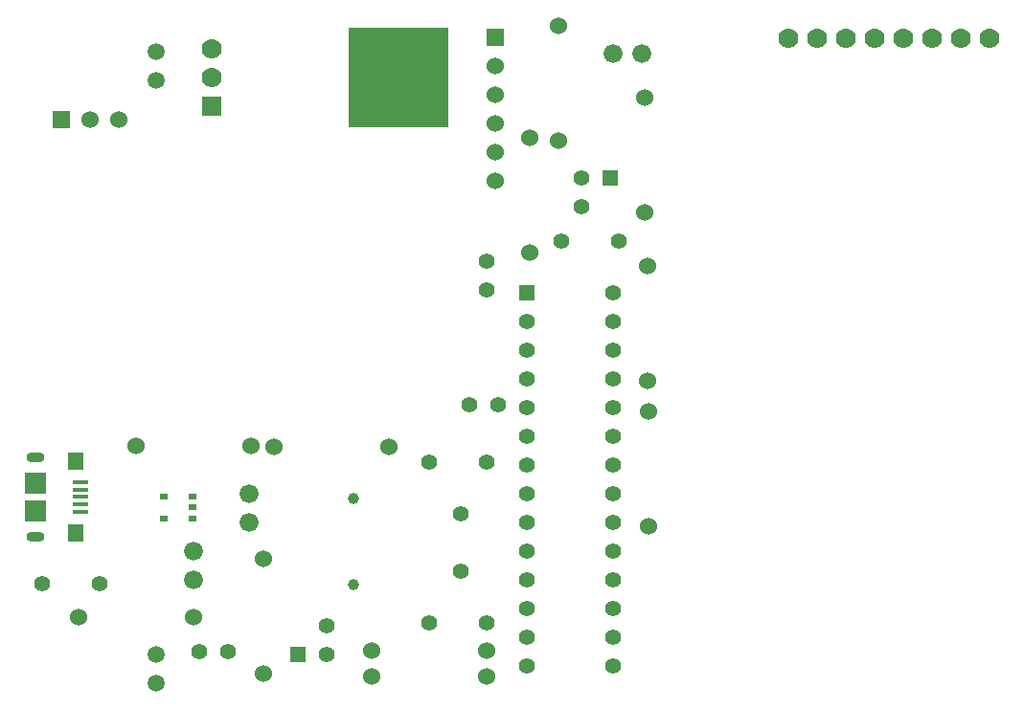
<source format=gts>
G04 (created by PCBNEW (2013-07-07 BZR 4022)-stable) date 4/28/2015 11:34:22 PM*
%MOIN*%
G04 Gerber Fmt 3.4, Leading zero omitted, Abs format*
%FSLAX34Y34*%
G01*
G70*
G90*
G04 APERTURE LIST*
%ADD10C,0.00590551*%
%ADD11C,0.055*%
%ADD12R,0.055X0.055*%
%ADD13R,0.03X0.02*%
%ADD14C,0.06*%
%ADD15R,0.06X0.06*%
%ADD16C,0.066*%
%ADD17C,0.056*%
%ADD18C,0.07*%
%ADD19R,0.0531496X0.015748*%
%ADD20R,0.0551181X0.0629921*%
%ADD21O,0.0629921X0.0354331*%
%ADD22R,0.0748031X0.0748031*%
%ADD23C,0.0590551*%
%ADD24R,0.07X0.07*%
%ADD25R,0.35X0.35*%
%ADD26C,0.0393701*%
G04 APERTURE END LIST*
G54D10*
G54D11*
X30400Y-20100D03*
X30400Y-21100D03*
X30400Y-22100D03*
X30400Y-23100D03*
X30400Y-24100D03*
X30400Y-25100D03*
X30400Y-26100D03*
X30400Y-27100D03*
X30400Y-28100D03*
X30400Y-29100D03*
X30400Y-30100D03*
X30400Y-31100D03*
X30400Y-32100D03*
G54D12*
X30400Y-19100D03*
G54D11*
X33400Y-32100D03*
X33400Y-31100D03*
X33400Y-30100D03*
X33400Y-29100D03*
X33400Y-28100D03*
X33400Y-27100D03*
X33400Y-26100D03*
X33400Y-25100D03*
X33400Y-24100D03*
X33400Y-23100D03*
X33400Y-22100D03*
X33400Y-21100D03*
X33400Y-20100D03*
X33400Y-19100D03*
G54D12*
X22450Y-31675D03*
G54D11*
X23450Y-31675D03*
X23450Y-30675D03*
G54D13*
X18780Y-26935D03*
X18780Y-26185D03*
X17780Y-26935D03*
X18780Y-26560D03*
X17780Y-26185D03*
G54D14*
X31510Y-9780D03*
X31510Y-13780D03*
X25025Y-31550D03*
X29025Y-31550D03*
X14800Y-30400D03*
X18800Y-30400D03*
X34635Y-23215D03*
X34635Y-27215D03*
X30500Y-17700D03*
X30500Y-13700D03*
X21600Y-24450D03*
X25600Y-24450D03*
X25025Y-32450D03*
X29025Y-32450D03*
X16800Y-24425D03*
X20800Y-24425D03*
G54D15*
X29300Y-10200D03*
G54D14*
X29300Y-11200D03*
X29300Y-12200D03*
X29300Y-13200D03*
X29300Y-14200D03*
X29300Y-15200D03*
G54D16*
X18800Y-29100D03*
X18800Y-28100D03*
X34425Y-10750D03*
X33425Y-10750D03*
X20750Y-26100D03*
X20750Y-27100D03*
G54D17*
X28100Y-28800D03*
X28100Y-26800D03*
G54D11*
X15550Y-29225D03*
X13550Y-29225D03*
X31600Y-17300D03*
X33600Y-17300D03*
X27000Y-30600D03*
X29000Y-30600D03*
X27000Y-25000D03*
X29000Y-25000D03*
X19000Y-31600D03*
X20000Y-31600D03*
X29000Y-19000D03*
X29000Y-18000D03*
X29400Y-23000D03*
X28400Y-23000D03*
G54D18*
X46520Y-10208D03*
X45520Y-10208D03*
X44520Y-10208D03*
X43520Y-10208D03*
X42519Y-10208D03*
X41520Y-10208D03*
X40520Y-10208D03*
X39520Y-10208D03*
G54D19*
X14884Y-25688D03*
X14884Y-25944D03*
X14884Y-26200D03*
X14884Y-26455D03*
X14884Y-26711D03*
G54D20*
X14697Y-24940D03*
X14697Y-27459D03*
G54D21*
X13300Y-24822D03*
X13300Y-27577D03*
G54D22*
X13300Y-25727D03*
X13300Y-26672D03*
G54D23*
X17500Y-11700D03*
X17500Y-10700D03*
X17500Y-32700D03*
X17500Y-31700D03*
G54D24*
X19450Y-12600D03*
G54D18*
X19450Y-10600D03*
X19450Y-11600D03*
G54D25*
X25950Y-11600D03*
G54D12*
X33310Y-15080D03*
G54D11*
X32310Y-15080D03*
X32310Y-16080D03*
G54D14*
X34610Y-22160D03*
X34610Y-18160D03*
X34500Y-16275D03*
X34500Y-12275D03*
G54D15*
X14200Y-13050D03*
G54D14*
X15200Y-13050D03*
X16200Y-13050D03*
G54D26*
X24375Y-26253D03*
X24375Y-29246D03*
G54D14*
X21240Y-32360D03*
X21240Y-28360D03*
M02*

</source>
